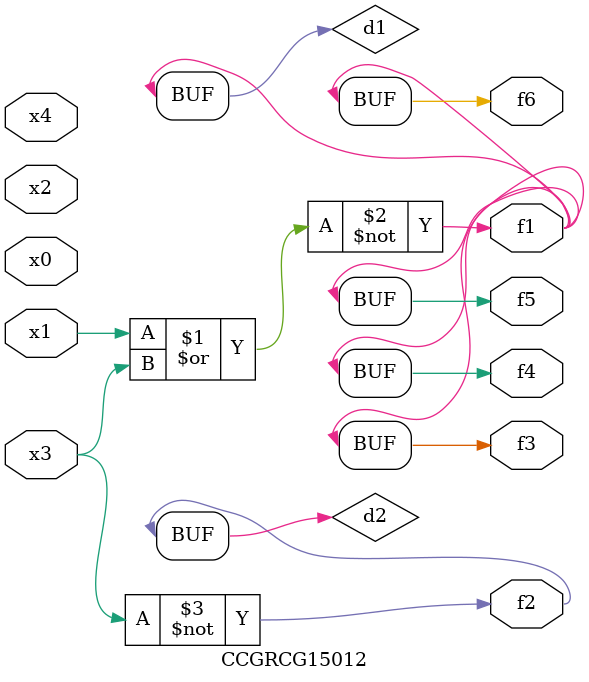
<source format=v>
module CCGRCG15012(
	input x0, x1, x2, x3, x4,
	output f1, f2, f3, f4, f5, f6
);

	wire d1, d2;

	nor (d1, x1, x3);
	not (d2, x3);
	assign f1 = d1;
	assign f2 = d2;
	assign f3 = d1;
	assign f4 = d1;
	assign f5 = d1;
	assign f6 = d1;
endmodule

</source>
